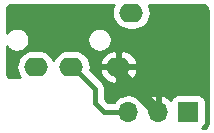
<source format=gbl>
G04 #@! TF.GenerationSoftware,KiCad,Pcbnew,5.1.0-unknown-e90452d~82~ubuntu16.04.1*
G04 #@! TF.CreationDate,2019-04-11T13:24:12-04:00*
G04 #@! TF.ProjectId,touch_sensor_trrs_pcb,746f7563-685f-4736-956e-736f725f7472,1.0*
G04 #@! TF.SameCoordinates,Original*
G04 #@! TF.FileFunction,Copper,L2,Bot*
G04 #@! TF.FilePolarity,Positive*
%FSLAX46Y46*%
G04 Gerber Fmt 4.6, Leading zero omitted, Abs format (unit mm)*
G04 Created by KiCad (PCBNEW 5.1.0-unknown-e90452d~82~ubuntu16.04.1) date 2019-04-11 13:24:12*
%MOMM*%
%LPD*%
G04 APERTURE LIST*
%ADD10O,1.700000X1.700000*%
%ADD11R,1.700000X1.700000*%
%ADD12O,2.000000X1.600000*%
%ADD13C,0.250000*%
%ADD14C,1.000000*%
%ADD15C,0.400000*%
%ADD16C,0.254000*%
G04 APERTURE END LIST*
D10*
X132842000Y-113284000D03*
X135382000Y-113284000D03*
D11*
X137922000Y-113284000D03*
D12*
X133118000Y-104880000D03*
X132018000Y-109480000D03*
X125018000Y-109480000D03*
X128018000Y-109480000D03*
D13*
X132018000Y-109920000D02*
X132018000Y-109480000D01*
D14*
X135382000Y-113284000D02*
X132018000Y-109920000D01*
D15*
X128218000Y-109480000D02*
X130048000Y-111310000D01*
D13*
X128018000Y-109480000D02*
X128218000Y-109480000D01*
D15*
X130048000Y-111310000D02*
X130048000Y-112522000D01*
X130810000Y-113284000D02*
X132842000Y-113284000D01*
X130048000Y-112522000D02*
X130810000Y-113284000D01*
D16*
G36*
X131585818Y-104328192D02*
G01*
X131503764Y-104598691D01*
X131476057Y-104880000D01*
X131503764Y-105161309D01*
X131585818Y-105431808D01*
X131719068Y-105681101D01*
X131898392Y-105899608D01*
X132116899Y-106078932D01*
X132366192Y-106212182D01*
X132636691Y-106294236D01*
X132847508Y-106315000D01*
X133388492Y-106315000D01*
X133599309Y-106294236D01*
X133869808Y-106212182D01*
X134119101Y-106078932D01*
X134337608Y-105899608D01*
X134516932Y-105681101D01*
X134650182Y-105431808D01*
X134732236Y-105161309D01*
X134759943Y-104880000D01*
X134732236Y-104598691D01*
X134650182Y-104328192D01*
X134617474Y-104267000D01*
X139160945Y-104267000D01*
X139265409Y-104277243D01*
X139336032Y-104298565D01*
X139401158Y-104333193D01*
X139458318Y-104379812D01*
X139505340Y-104436653D01*
X139540423Y-104501538D01*
X139562235Y-104572002D01*
X139573001Y-104674430D01*
X139573000Y-114268946D01*
X139562757Y-114373409D01*
X139541435Y-114444032D01*
X139506808Y-114509156D01*
X139460187Y-114566319D01*
X139403348Y-114613340D01*
X139338465Y-114648422D01*
X139267999Y-114670235D01*
X139165579Y-114681000D01*
X139095694Y-114681000D01*
X139126494Y-114664537D01*
X139223185Y-114585185D01*
X139302537Y-114488494D01*
X139361502Y-114378180D01*
X139397812Y-114258482D01*
X139410072Y-114134000D01*
X139410072Y-112434000D01*
X139397812Y-112309518D01*
X139361502Y-112189820D01*
X139302537Y-112079506D01*
X139223185Y-111982815D01*
X139126494Y-111903463D01*
X139016180Y-111844498D01*
X138896482Y-111808188D01*
X138772000Y-111795928D01*
X137072000Y-111795928D01*
X136947518Y-111808188D01*
X136827820Y-111844498D01*
X136717506Y-111903463D01*
X136620815Y-111982815D01*
X136541463Y-112079506D01*
X136482498Y-112189820D01*
X136458034Y-112270466D01*
X136382269Y-112186412D01*
X136148920Y-112012359D01*
X135886099Y-111887175D01*
X135738890Y-111842524D01*
X135509000Y-111963845D01*
X135509000Y-113157000D01*
X135529000Y-113157000D01*
X135529000Y-113411000D01*
X135509000Y-113411000D01*
X135509000Y-113431000D01*
X135255000Y-113431000D01*
X135255000Y-113411000D01*
X135235000Y-113411000D01*
X135235000Y-113157000D01*
X135255000Y-113157000D01*
X135255000Y-111963845D01*
X135025110Y-111842524D01*
X134877901Y-111887175D01*
X134615080Y-112012359D01*
X134381731Y-112186412D01*
X134186822Y-112402645D01*
X134117201Y-112519523D01*
X134082706Y-112454986D01*
X133897134Y-112228866D01*
X133671014Y-112043294D01*
X133413034Y-111905401D01*
X133133111Y-111820487D01*
X132914950Y-111799000D01*
X132769050Y-111799000D01*
X132550889Y-111820487D01*
X132270966Y-111905401D01*
X132012986Y-112043294D01*
X131786866Y-112228866D01*
X131606207Y-112449000D01*
X131155868Y-112449000D01*
X130883000Y-112176132D01*
X130883000Y-111351018D01*
X130887040Y-111310000D01*
X130882470Y-111263595D01*
X130870918Y-111146311D01*
X130823172Y-110988913D01*
X130745636Y-110843854D01*
X130719644Y-110812182D01*
X130667439Y-110748570D01*
X130667437Y-110748568D01*
X130641291Y-110716709D01*
X130609433Y-110690564D01*
X129747907Y-109829039D01*
X130426096Y-109829039D01*
X130436556Y-109886730D01*
X130542449Y-110148421D01*
X130697361Y-110384425D01*
X130895338Y-110585673D01*
X131128773Y-110744430D01*
X131388694Y-110854596D01*
X131665113Y-110911937D01*
X131891000Y-110759474D01*
X131891000Y-109607000D01*
X132145000Y-109607000D01*
X132145000Y-110759474D01*
X132370887Y-110911937D01*
X132647306Y-110854596D01*
X132907227Y-110744430D01*
X133140662Y-110585673D01*
X133338639Y-110384425D01*
X133493551Y-110148421D01*
X133599444Y-109886730D01*
X133609904Y-109829039D01*
X133487915Y-109607000D01*
X132145000Y-109607000D01*
X131891000Y-109607000D01*
X130548085Y-109607000D01*
X130426096Y-109829039D01*
X129747907Y-109829039D01*
X129636534Y-109717667D01*
X129659943Y-109480000D01*
X129632236Y-109198691D01*
X129611691Y-109130961D01*
X130426096Y-109130961D01*
X130548085Y-109353000D01*
X131891000Y-109353000D01*
X131891000Y-108200526D01*
X132145000Y-108200526D01*
X132145000Y-109353000D01*
X133487915Y-109353000D01*
X133609904Y-109130961D01*
X133599444Y-109073270D01*
X133493551Y-108811579D01*
X133338639Y-108575575D01*
X133140662Y-108374327D01*
X132907227Y-108215570D01*
X132647306Y-108105404D01*
X132370887Y-108048063D01*
X132145000Y-108200526D01*
X131891000Y-108200526D01*
X131665113Y-108048063D01*
X131388694Y-108105404D01*
X131128773Y-108215570D01*
X130895338Y-108374327D01*
X130697361Y-108575575D01*
X130542449Y-108811579D01*
X130436556Y-109073270D01*
X130426096Y-109130961D01*
X129611691Y-109130961D01*
X129550182Y-108928192D01*
X129416932Y-108678899D01*
X129237608Y-108460392D01*
X129019101Y-108281068D01*
X128769808Y-108147818D01*
X128499309Y-108065764D01*
X128288492Y-108045000D01*
X127747508Y-108045000D01*
X127536691Y-108065764D01*
X127266192Y-108147818D01*
X127016899Y-108281068D01*
X126798392Y-108460392D01*
X126619068Y-108678899D01*
X126518000Y-108867984D01*
X126416932Y-108678899D01*
X126237608Y-108460392D01*
X126019101Y-108281068D01*
X125769808Y-108147818D01*
X125499309Y-108065764D01*
X125288492Y-108045000D01*
X124747508Y-108045000D01*
X124536691Y-108065764D01*
X124266192Y-108147818D01*
X124016899Y-108281068D01*
X123798392Y-108460392D01*
X123619068Y-108678899D01*
X123485818Y-108928192D01*
X123403764Y-109198691D01*
X123376057Y-109480000D01*
X123403764Y-109761309D01*
X123485818Y-110031808D01*
X123619068Y-110281101D01*
X123686281Y-110363000D01*
X122967054Y-110363000D01*
X122862591Y-110352757D01*
X122791968Y-110331435D01*
X122726844Y-110296808D01*
X122669681Y-110250187D01*
X122622660Y-110193348D01*
X122587578Y-110128465D01*
X122565765Y-110057999D01*
X122555000Y-109955579D01*
X122555000Y-107751380D01*
X122614063Y-107839774D01*
X122758226Y-107983937D01*
X122927744Y-108097205D01*
X123116102Y-108175226D01*
X123316061Y-108215000D01*
X123519939Y-108215000D01*
X123719898Y-108175226D01*
X123908256Y-108097205D01*
X124077774Y-107983937D01*
X124221937Y-107839774D01*
X124335205Y-107670256D01*
X124413226Y-107481898D01*
X124453000Y-107281939D01*
X124453000Y-107078061D01*
X129383000Y-107078061D01*
X129383000Y-107281939D01*
X129422774Y-107481898D01*
X129500795Y-107670256D01*
X129614063Y-107839774D01*
X129758226Y-107983937D01*
X129927744Y-108097205D01*
X130116102Y-108175226D01*
X130316061Y-108215000D01*
X130519939Y-108215000D01*
X130719898Y-108175226D01*
X130908256Y-108097205D01*
X131077774Y-107983937D01*
X131221937Y-107839774D01*
X131335205Y-107670256D01*
X131413226Y-107481898D01*
X131453000Y-107281939D01*
X131453000Y-107078061D01*
X131413226Y-106878102D01*
X131335205Y-106689744D01*
X131221937Y-106520226D01*
X131077774Y-106376063D01*
X130908256Y-106262795D01*
X130719898Y-106184774D01*
X130519939Y-106145000D01*
X130316061Y-106145000D01*
X130116102Y-106184774D01*
X129927744Y-106262795D01*
X129758226Y-106376063D01*
X129614063Y-106520226D01*
X129500795Y-106689744D01*
X129422774Y-106878102D01*
X129383000Y-107078061D01*
X124453000Y-107078061D01*
X124413226Y-106878102D01*
X124335205Y-106689744D01*
X124221937Y-106520226D01*
X124077774Y-106376063D01*
X123908256Y-106262795D01*
X123719898Y-106184774D01*
X123519939Y-106145000D01*
X123316061Y-106145000D01*
X123116102Y-106184774D01*
X122927744Y-106262795D01*
X122758226Y-106376063D01*
X122614063Y-106520226D01*
X122555000Y-106608620D01*
X122555000Y-104679055D01*
X122565243Y-104574591D01*
X122586565Y-104503968D01*
X122621193Y-104438842D01*
X122667812Y-104381682D01*
X122724653Y-104334660D01*
X122789538Y-104299577D01*
X122860002Y-104277765D01*
X122962421Y-104267000D01*
X131618526Y-104267000D01*
X131585818Y-104328192D01*
X131585818Y-104328192D01*
G37*
X131585818Y-104328192D02*
X131503764Y-104598691D01*
X131476057Y-104880000D01*
X131503764Y-105161309D01*
X131585818Y-105431808D01*
X131719068Y-105681101D01*
X131898392Y-105899608D01*
X132116899Y-106078932D01*
X132366192Y-106212182D01*
X132636691Y-106294236D01*
X132847508Y-106315000D01*
X133388492Y-106315000D01*
X133599309Y-106294236D01*
X133869808Y-106212182D01*
X134119101Y-106078932D01*
X134337608Y-105899608D01*
X134516932Y-105681101D01*
X134650182Y-105431808D01*
X134732236Y-105161309D01*
X134759943Y-104880000D01*
X134732236Y-104598691D01*
X134650182Y-104328192D01*
X134617474Y-104267000D01*
X139160945Y-104267000D01*
X139265409Y-104277243D01*
X139336032Y-104298565D01*
X139401158Y-104333193D01*
X139458318Y-104379812D01*
X139505340Y-104436653D01*
X139540423Y-104501538D01*
X139562235Y-104572002D01*
X139573001Y-104674430D01*
X139573000Y-114268946D01*
X139562757Y-114373409D01*
X139541435Y-114444032D01*
X139506808Y-114509156D01*
X139460187Y-114566319D01*
X139403348Y-114613340D01*
X139338465Y-114648422D01*
X139267999Y-114670235D01*
X139165579Y-114681000D01*
X139095694Y-114681000D01*
X139126494Y-114664537D01*
X139223185Y-114585185D01*
X139302537Y-114488494D01*
X139361502Y-114378180D01*
X139397812Y-114258482D01*
X139410072Y-114134000D01*
X139410072Y-112434000D01*
X139397812Y-112309518D01*
X139361502Y-112189820D01*
X139302537Y-112079506D01*
X139223185Y-111982815D01*
X139126494Y-111903463D01*
X139016180Y-111844498D01*
X138896482Y-111808188D01*
X138772000Y-111795928D01*
X137072000Y-111795928D01*
X136947518Y-111808188D01*
X136827820Y-111844498D01*
X136717506Y-111903463D01*
X136620815Y-111982815D01*
X136541463Y-112079506D01*
X136482498Y-112189820D01*
X136458034Y-112270466D01*
X136382269Y-112186412D01*
X136148920Y-112012359D01*
X135886099Y-111887175D01*
X135738890Y-111842524D01*
X135509000Y-111963845D01*
X135509000Y-113157000D01*
X135529000Y-113157000D01*
X135529000Y-113411000D01*
X135509000Y-113411000D01*
X135509000Y-113431000D01*
X135255000Y-113431000D01*
X135255000Y-113411000D01*
X135235000Y-113411000D01*
X135235000Y-113157000D01*
X135255000Y-113157000D01*
X135255000Y-111963845D01*
X135025110Y-111842524D01*
X134877901Y-111887175D01*
X134615080Y-112012359D01*
X134381731Y-112186412D01*
X134186822Y-112402645D01*
X134117201Y-112519523D01*
X134082706Y-112454986D01*
X133897134Y-112228866D01*
X133671014Y-112043294D01*
X133413034Y-111905401D01*
X133133111Y-111820487D01*
X132914950Y-111799000D01*
X132769050Y-111799000D01*
X132550889Y-111820487D01*
X132270966Y-111905401D01*
X132012986Y-112043294D01*
X131786866Y-112228866D01*
X131606207Y-112449000D01*
X131155868Y-112449000D01*
X130883000Y-112176132D01*
X130883000Y-111351018D01*
X130887040Y-111310000D01*
X130882470Y-111263595D01*
X130870918Y-111146311D01*
X130823172Y-110988913D01*
X130745636Y-110843854D01*
X130719644Y-110812182D01*
X130667439Y-110748570D01*
X130667437Y-110748568D01*
X130641291Y-110716709D01*
X130609433Y-110690564D01*
X129747907Y-109829039D01*
X130426096Y-109829039D01*
X130436556Y-109886730D01*
X130542449Y-110148421D01*
X130697361Y-110384425D01*
X130895338Y-110585673D01*
X131128773Y-110744430D01*
X131388694Y-110854596D01*
X131665113Y-110911937D01*
X131891000Y-110759474D01*
X131891000Y-109607000D01*
X132145000Y-109607000D01*
X132145000Y-110759474D01*
X132370887Y-110911937D01*
X132647306Y-110854596D01*
X132907227Y-110744430D01*
X133140662Y-110585673D01*
X133338639Y-110384425D01*
X133493551Y-110148421D01*
X133599444Y-109886730D01*
X133609904Y-109829039D01*
X133487915Y-109607000D01*
X132145000Y-109607000D01*
X131891000Y-109607000D01*
X130548085Y-109607000D01*
X130426096Y-109829039D01*
X129747907Y-109829039D01*
X129636534Y-109717667D01*
X129659943Y-109480000D01*
X129632236Y-109198691D01*
X129611691Y-109130961D01*
X130426096Y-109130961D01*
X130548085Y-109353000D01*
X131891000Y-109353000D01*
X131891000Y-108200526D01*
X132145000Y-108200526D01*
X132145000Y-109353000D01*
X133487915Y-109353000D01*
X133609904Y-109130961D01*
X133599444Y-109073270D01*
X133493551Y-108811579D01*
X133338639Y-108575575D01*
X133140662Y-108374327D01*
X132907227Y-108215570D01*
X132647306Y-108105404D01*
X132370887Y-108048063D01*
X132145000Y-108200526D01*
X131891000Y-108200526D01*
X131665113Y-108048063D01*
X131388694Y-108105404D01*
X131128773Y-108215570D01*
X130895338Y-108374327D01*
X130697361Y-108575575D01*
X130542449Y-108811579D01*
X130436556Y-109073270D01*
X130426096Y-109130961D01*
X129611691Y-109130961D01*
X129550182Y-108928192D01*
X129416932Y-108678899D01*
X129237608Y-108460392D01*
X129019101Y-108281068D01*
X128769808Y-108147818D01*
X128499309Y-108065764D01*
X128288492Y-108045000D01*
X127747508Y-108045000D01*
X127536691Y-108065764D01*
X127266192Y-108147818D01*
X127016899Y-108281068D01*
X126798392Y-108460392D01*
X126619068Y-108678899D01*
X126518000Y-108867984D01*
X126416932Y-108678899D01*
X126237608Y-108460392D01*
X126019101Y-108281068D01*
X125769808Y-108147818D01*
X125499309Y-108065764D01*
X125288492Y-108045000D01*
X124747508Y-108045000D01*
X124536691Y-108065764D01*
X124266192Y-108147818D01*
X124016899Y-108281068D01*
X123798392Y-108460392D01*
X123619068Y-108678899D01*
X123485818Y-108928192D01*
X123403764Y-109198691D01*
X123376057Y-109480000D01*
X123403764Y-109761309D01*
X123485818Y-110031808D01*
X123619068Y-110281101D01*
X123686281Y-110363000D01*
X122967054Y-110363000D01*
X122862591Y-110352757D01*
X122791968Y-110331435D01*
X122726844Y-110296808D01*
X122669681Y-110250187D01*
X122622660Y-110193348D01*
X122587578Y-110128465D01*
X122565765Y-110057999D01*
X122555000Y-109955579D01*
X122555000Y-107751380D01*
X122614063Y-107839774D01*
X122758226Y-107983937D01*
X122927744Y-108097205D01*
X123116102Y-108175226D01*
X123316061Y-108215000D01*
X123519939Y-108215000D01*
X123719898Y-108175226D01*
X123908256Y-108097205D01*
X124077774Y-107983937D01*
X124221937Y-107839774D01*
X124335205Y-107670256D01*
X124413226Y-107481898D01*
X124453000Y-107281939D01*
X124453000Y-107078061D01*
X129383000Y-107078061D01*
X129383000Y-107281939D01*
X129422774Y-107481898D01*
X129500795Y-107670256D01*
X129614063Y-107839774D01*
X129758226Y-107983937D01*
X129927744Y-108097205D01*
X130116102Y-108175226D01*
X130316061Y-108215000D01*
X130519939Y-108215000D01*
X130719898Y-108175226D01*
X130908256Y-108097205D01*
X131077774Y-107983937D01*
X131221937Y-107839774D01*
X131335205Y-107670256D01*
X131413226Y-107481898D01*
X131453000Y-107281939D01*
X131453000Y-107078061D01*
X131413226Y-106878102D01*
X131335205Y-106689744D01*
X131221937Y-106520226D01*
X131077774Y-106376063D01*
X130908256Y-106262795D01*
X130719898Y-106184774D01*
X130519939Y-106145000D01*
X130316061Y-106145000D01*
X130116102Y-106184774D01*
X129927744Y-106262795D01*
X129758226Y-106376063D01*
X129614063Y-106520226D01*
X129500795Y-106689744D01*
X129422774Y-106878102D01*
X129383000Y-107078061D01*
X124453000Y-107078061D01*
X124413226Y-106878102D01*
X124335205Y-106689744D01*
X124221937Y-106520226D01*
X124077774Y-106376063D01*
X123908256Y-106262795D01*
X123719898Y-106184774D01*
X123519939Y-106145000D01*
X123316061Y-106145000D01*
X123116102Y-106184774D01*
X122927744Y-106262795D01*
X122758226Y-106376063D01*
X122614063Y-106520226D01*
X122555000Y-106608620D01*
X122555000Y-104679055D01*
X122565243Y-104574591D01*
X122586565Y-104503968D01*
X122621193Y-104438842D01*
X122667812Y-104381682D01*
X122724653Y-104334660D01*
X122789538Y-104299577D01*
X122860002Y-104277765D01*
X122962421Y-104267000D01*
X131618526Y-104267000D01*
X131585818Y-104328192D01*
M02*

</source>
